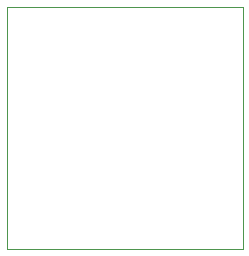
<source format=gbr>
%TF.GenerationSoftware,KiCad,Pcbnew,7.0.9*%
%TF.CreationDate,2024-03-01T17:25:44-08:00*%
%TF.ProjectId,M13-SDL-Rev1,4d31332d-5344-44c2-9d52-6576312e6b69,2*%
%TF.SameCoordinates,Original*%
%TF.FileFunction,Profile,NP*%
%FSLAX46Y46*%
G04 Gerber Fmt 4.6, Leading zero omitted, Abs format (unit mm)*
G04 Created by KiCad (PCBNEW 7.0.9) date 2024-03-01 17:25:44*
%MOMM*%
%LPD*%
G01*
G04 APERTURE LIST*
%TA.AperFunction,Profile*%
%ADD10C,0.100000*%
%TD*%
G04 APERTURE END LIST*
D10*
X156000000Y-96200000D02*
X156000000Y-116750000D01*
X136000000Y-96200000D02*
X156000000Y-96200000D01*
X156000000Y-116750000D02*
X136000000Y-116750000D01*
X136000000Y-116750000D02*
X136000000Y-96200000D01*
M02*

</source>
